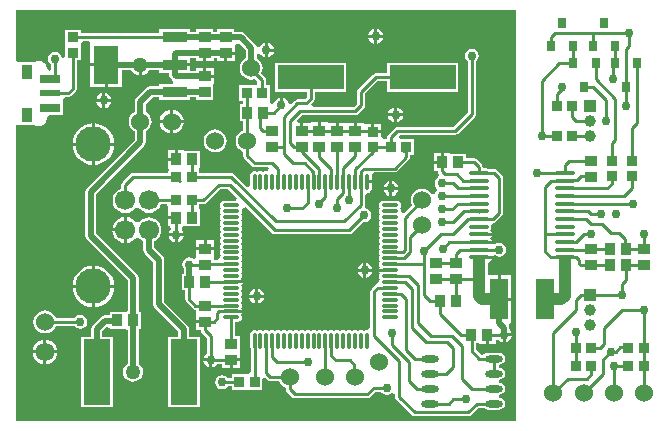
<source format=gtl>
G04*
G04 #@! TF.GenerationSoftware,Altium Limited,Altium Designer,19.1.5 (86)*
G04*
G04 Layer_Physical_Order=1*
G04 Layer_Color=255*
%FSAX24Y24*%
%MOIN*%
G70*
G01*
G75*
%ADD13C,0.0100*%
%ADD15R,0.0709X0.0295*%
%ADD16R,0.0709X0.0236*%
%ADD17R,0.0354X0.0512*%
%ADD18R,0.0354X0.0394*%
%ADD19O,0.0591X0.0236*%
%ADD20R,0.0906X0.2205*%
%ADD21O,0.0650X0.0157*%
%ADD22R,0.0335X0.0374*%
%ADD23R,0.0394X0.0354*%
%ADD24R,0.0630X0.1378*%
%ADD25R,0.2205X0.0827*%
%ADD26O,0.0571X0.0118*%
%ADD27O,0.0118X0.0571*%
%ADD28R,0.0846X0.0374*%
%ADD29R,0.0846X0.1280*%
%ADD30R,0.0374X0.0335*%
%ADD31R,0.0315X0.0354*%
%ADD55C,0.0200*%
%ADD56C,0.0400*%
%ADD57C,0.0600*%
%ADD58R,0.0394X0.0394*%
%ADD59C,0.0394*%
%ADD60C,0.1181*%
%ADD61C,0.0669*%
%ADD62C,0.0626*%
%ADD63C,0.0300*%
%ADD64C,0.0500*%
G36*
X026929Y010827D02*
X010255D01*
Y020668D01*
X010353Y020672D01*
X010355Y020672D01*
X010867D01*
X010867Y020672D01*
X010956Y020649D01*
X011024Y020640D01*
X011091Y020649D01*
X011153Y020675D01*
X011207Y020716D01*
X011248Y020770D01*
X011274Y020832D01*
X011283Y020900D01*
X011279Y020926D01*
X011346Y021026D01*
X011812D01*
Y021438D01*
X011812Y021482D01*
Y021533D01*
X011883Y021604D01*
X011986D01*
X012037Y021614D01*
X012080Y021642D01*
X012244Y021806D01*
X012272Y021849D01*
X012283Y021900D01*
Y022847D01*
X012417D01*
Y023259D01*
X012417Y023341D01*
Y023402D01*
X012488Y023473D01*
X012649D01*
X012735Y023440D01*
Y022750D01*
X013258D01*
Y022700D01*
X013308D01*
Y021960D01*
X013781D01*
Y022516D01*
X014100D01*
X014150Y022450D01*
X014223Y022394D01*
X014309Y022359D01*
X014350Y022354D01*
Y022700D01*
X014450D01*
Y022354D01*
X014491Y022359D01*
X014577Y022394D01*
X014650Y022450D01*
X014700Y022516D01*
X015019D01*
Y022413D01*
X015358D01*
Y022374D01*
X015372Y022304D01*
X015412Y022245D01*
X015471Y022186D01*
X015507Y022162D01*
X015482Y022062D01*
X015038D01*
Y021978D01*
X014733D01*
X014663Y021964D01*
X014603Y021924D01*
X014270Y021591D01*
X014230Y021532D01*
X014216Y021462D01*
Y021135D01*
X014208Y021132D01*
X014129Y021071D01*
X014068Y020992D01*
X014030Y020899D01*
X014017Y020800D01*
X014030Y020701D01*
X014068Y020608D01*
X014129Y020529D01*
X014208Y020468D01*
X014216Y020465D01*
Y020184D01*
X012620Y018588D01*
X012580Y018529D01*
X012566Y018458D01*
Y017000D01*
X012580Y016930D01*
X012620Y016870D01*
X013978Y015513D01*
Y014487D01*
X013893Y014450D01*
X013810Y014450D01*
X013379D01*
Y014347D01*
X013224D01*
X013154Y014333D01*
X013095Y014293D01*
X012823Y014022D01*
X012783Y013962D01*
X012769Y013892D01*
Y013632D01*
X012411D01*
Y011268D01*
X013476D01*
Y013632D01*
X013136D01*
Y013816D01*
X013279Y013958D01*
X013379Y013927D01*
Y013896D01*
X013810D01*
X013893Y013896D01*
X013977Y013858D01*
Y012741D01*
X013918Y012696D01*
X013865Y012627D01*
X013832Y012547D01*
X013821Y012461D01*
X013832Y012374D01*
X013865Y012294D01*
X013918Y012225D01*
X013987Y012172D01*
X014067Y012139D01*
X014154Y012128D01*
X014240Y012139D01*
X014320Y012172D01*
X014389Y012225D01*
X014442Y012294D01*
X014475Y012374D01*
X014486Y012461D01*
X014475Y012547D01*
X014442Y012627D01*
X014389Y012696D01*
X014344Y012730D01*
Y013896D01*
X014424D01*
Y014450D01*
X014345D01*
Y015589D01*
X014331Y015659D01*
X014291Y015718D01*
X012934Y017076D01*
Y018382D01*
X014530Y019979D01*
X014570Y020038D01*
X014584Y020108D01*
Y020465D01*
X014592Y020468D01*
X014671Y020529D01*
X014732Y020608D01*
X014770Y020701D01*
X014783Y020800D01*
X014770Y020899D01*
X014732Y020992D01*
X014671Y021071D01*
X014592Y021132D01*
X014584Y021135D01*
Y021386D01*
X014809Y021611D01*
X015038D01*
Y021527D01*
X016045D01*
Y021611D01*
X016273D01*
Y021527D01*
X016827D01*
Y022039D01*
X016847D01*
Y022266D01*
X016550D01*
Y022316D01*
X016500D01*
Y022593D01*
X016253D01*
Y022499D01*
X016065D01*
Y022650D01*
X015542D01*
Y022750D01*
X016065D01*
Y022901D01*
X016254D01*
Y022807D01*
X016500D01*
Y023084D01*
X016600D01*
Y022807D01*
X016847D01*
Y022901D01*
X016953D01*
Y022807D01*
X017200D01*
Y023084D01*
X017250D01*
Y023134D01*
X017547D01*
Y023361D01*
X017581Y023396D01*
X017702Y023396D01*
X017916Y023182D01*
Y022908D01*
X017908Y022905D01*
X017829Y022844D01*
X017768Y022764D01*
X017730Y022672D01*
X017717Y022573D01*
X017730Y022474D01*
X017768Y022381D01*
X017829Y022302D01*
X017908Y022241D01*
X018001Y022203D01*
X018100Y022190D01*
X018199Y022203D01*
X018239Y022219D01*
X018299Y022158D01*
X018299Y022036D01*
X018267Y022003D01*
X018217D01*
X018117Y022003D01*
X017705D01*
Y021469D01*
X017820D01*
Y021369D01*
X017712D01*
Y020815D01*
X017836D01*
Y020508D01*
X017777Y020484D01*
X017698Y020423D01*
X017637Y020344D01*
X017599Y020251D01*
X017586Y020152D01*
X017599Y020053D01*
X017637Y019960D01*
X017698Y019881D01*
X017777Y019820D01*
X017836Y019796D01*
Y019645D01*
X017847Y019594D01*
X017875Y019551D01*
X018119Y019307D01*
X018162Y019279D01*
X018213Y019269D01*
X018663D01*
X018682Y019249D01*
X018666Y019183D01*
X018638Y019151D01*
X018602Y019158D01*
X018548Y019147D01*
X018504Y019117D01*
X018460Y019147D01*
X018406Y019158D01*
X018351Y019147D01*
X018307Y019117D01*
X018263Y019147D01*
X018209Y019158D01*
X018154Y019147D01*
X018108Y019116D01*
X018078Y019070D01*
X018067Y019016D01*
Y018662D01*
X017967Y018621D01*
X017528Y019059D01*
X017485Y019088D01*
X017435Y019098D01*
X016360D01*
Y019217D01*
X016360Y019217D01*
X016380Y019273D01*
X016380D01*
X016380Y019309D01*
Y019827D01*
X015868D01*
Y019847D01*
X015641D01*
Y019550D01*
X015591D01*
Y019500D01*
X015314D01*
Y019301D01*
X015314Y019253D01*
X015347Y019183D01*
X015328Y019128D01*
X015283Y019083D01*
X014161D01*
X014110Y019073D01*
X014067Y019044D01*
X013808Y018785D01*
X013779Y018742D01*
X013769Y018691D01*
Y018563D01*
X013692Y018531D01*
X013606Y018465D01*
X013539Y018378D01*
X013498Y018278D01*
X013483Y018169D01*
X013498Y018061D01*
X013539Y017960D01*
X013606Y017874D01*
X013692Y017807D01*
X013793Y017765D01*
X013902Y017751D01*
X014010Y017765D01*
X014111Y017807D01*
X014197Y017874D01*
X014233Y017920D01*
X014244Y017925D01*
X014342D01*
X014354Y017920D01*
X014389Y017874D01*
X014476Y017807D01*
X014577Y017765D01*
X014685Y017751D01*
X014793Y017765D01*
X014894Y017807D01*
X014981Y017874D01*
X015047Y017960D01*
X015079Y018037D01*
X015278D01*
X015333Y017937D01*
X015314Y017897D01*
X015314Y017819D01*
Y017650D01*
X015591D01*
Y017550D01*
X015314D01*
Y017303D01*
X015383D01*
X015412Y017230D01*
X015417Y017203D01*
X015365Y017125D01*
X015356Y017078D01*
X015846D01*
X015836Y017125D01*
X015784Y017203D01*
X015790Y017230D01*
X015818Y017303D01*
X015868D01*
Y017323D01*
X016380D01*
Y017877D01*
X016380D01*
X016360Y017902D01*
Y018047D01*
X016502D01*
X016553Y018057D01*
X016596Y018085D01*
X017069Y018558D01*
X017327D01*
X017632Y018254D01*
X017591Y018154D01*
X017205D01*
X017150Y018143D01*
X017104Y018112D01*
X017074Y018066D01*
X017063Y018012D01*
X017074Y017958D01*
X017103Y017913D01*
X017074Y017869D01*
X017063Y017815D01*
X017074Y017761D01*
X017103Y017717D01*
X017074Y017672D01*
X017063Y017618D01*
X017074Y017564D01*
X017103Y017520D01*
X017074Y017476D01*
X017063Y017421D01*
X017074Y017367D01*
X017103Y017323D01*
X017074Y017279D01*
X017063Y017224D01*
X017074Y017170D01*
X017103Y017126D01*
X017074Y017082D01*
X017063Y017028D01*
X017074Y016973D01*
X017103Y016929D01*
X017074Y016885D01*
X017063Y016831D01*
X017074Y016776D01*
X017103Y016732D01*
X017074Y016688D01*
X017063Y016634D01*
X017074Y016580D01*
X017103Y016535D01*
X017074Y016491D01*
X017063Y016437D01*
X017074Y016383D01*
X017103Y016339D01*
X017074Y016294D01*
X017063Y016240D01*
X016974Y016176D01*
X016845D01*
Y016288D01*
X016865D01*
Y016515D01*
X016272D01*
Y016288D01*
X016216Y016211D01*
X016192Y016205D01*
X016124Y016250D01*
X016034Y016268D01*
X015945Y016250D01*
X015868Y016199D01*
X015818Y016123D01*
X015800Y016033D01*
X015818Y015944D01*
X015851Y015894D01*
Y015727D01*
X015777D01*
Y015173D01*
X015899D01*
Y014874D01*
X015909Y014824D01*
X015938Y014781D01*
X016146Y014572D01*
X016189Y014543D01*
X016240Y014533D01*
X016273D01*
Y014411D01*
X016253D01*
Y014184D01*
X016550D01*
Y014084D01*
X016253D01*
Y013857D01*
X016417D01*
Y013838D01*
X016428Y013787D01*
X016456Y013744D01*
X016617Y013583D01*
Y013064D01*
X016570Y013033D01*
X016515Y012950D01*
X016505Y012902D01*
X016750D01*
Y012852D01*
X016800D01*
Y012607D01*
X016848Y012617D01*
X016930Y012672D01*
X016962Y012720D01*
X017134D01*
Y012575D01*
X017381D01*
Y012852D01*
X017431D01*
Y012902D01*
X017728D01*
Y013130D01*
X017708D01*
Y013641D01*
X017564D01*
Y014130D01*
X017657D01*
X017712Y014141D01*
X017758Y014171D01*
X017788Y014217D01*
X017799Y014272D01*
X017788Y014326D01*
X017771Y014353D01*
X017772Y014354D01*
X017807Y014406D01*
X017810Y014418D01*
X017431D01*
Y014519D01*
X017810D01*
X017807Y014531D01*
X017772Y014583D01*
X017771Y014584D01*
X017788Y014611D01*
X017799Y014665D01*
X017788Y014720D01*
X017759Y014764D01*
X017788Y014808D01*
X017799Y014862D01*
X017788Y014916D01*
X017759Y014961D01*
X017788Y015005D01*
X017799Y015059D01*
X017788Y015113D01*
X017759Y015157D01*
X017788Y015202D01*
X017799Y015256D01*
X017788Y015310D01*
X017771Y015337D01*
X017772Y015338D01*
X017807Y015391D01*
X017810Y015403D01*
X017431D01*
Y015503D01*
X017810D01*
X017807Y015515D01*
X017772Y015567D01*
X017771Y015569D01*
X017788Y015595D01*
X017799Y015650D01*
X017788Y015704D01*
X017759Y015748D01*
X017788Y015792D01*
X017799Y015846D01*
X017788Y015901D01*
X017759Y015945D01*
X017788Y015989D01*
X017799Y016043D01*
X017788Y016098D01*
X017759Y016142D01*
X017788Y016186D01*
X017799Y016240D01*
X017788Y016294D01*
X017759Y016339D01*
X017788Y016383D01*
X017799Y016437D01*
X017788Y016491D01*
X017759Y016535D01*
X017788Y016580D01*
X017799Y016634D01*
X017788Y016688D01*
X017759Y016732D01*
X017788Y016776D01*
X017799Y016831D01*
X017788Y016885D01*
X017759Y016929D01*
X017788Y016973D01*
X017799Y017028D01*
X017788Y017082D01*
X017759Y017126D01*
X017788Y017170D01*
X017799Y017224D01*
X017788Y017279D01*
X017759Y017323D01*
X017788Y017367D01*
X017799Y017421D01*
X017788Y017476D01*
X017759Y017520D01*
X017788Y017564D01*
X017799Y017618D01*
X017788Y017672D01*
X017759Y017717D01*
X017788Y017761D01*
X017799Y017815D01*
X017788Y017869D01*
X017820Y017934D01*
X017929Y017956D01*
X018794Y017091D01*
X018837Y017063D01*
X018888Y017052D01*
X021370D01*
X021421Y017063D01*
X021464Y017091D01*
X021823Y017450D01*
X021862Y017443D01*
X021952Y017461D01*
X022028Y017511D01*
X022079Y017587D01*
X022097Y017677D01*
X022079Y017767D01*
X022028Y017843D01*
X021952Y017894D01*
X021938Y017896D01*
X021875Y017980D01*
X021879Y018003D01*
X021885Y018031D01*
Y018312D01*
X021949Y018401D01*
X022011Y018413D01*
X022063Y018448D01*
X022099Y018501D01*
X022111Y018563D01*
Y018739D01*
X021949D01*
Y018839D01*
X022111D01*
Y019016D01*
X022195Y019101D01*
X022877D01*
X022927Y019111D01*
X022970Y019139D01*
X023361Y019530D01*
X023390Y019573D01*
X023400Y019624D01*
Y019677D01*
X023515D01*
Y020211D01*
X023066D01*
X023018Y020309D01*
X023060Y020359D01*
X024885D01*
X024936Y020369D01*
X024979Y020398D01*
X025546Y020965D01*
X025575Y021008D01*
X025585Y021059D01*
Y022804D01*
X025619Y022826D01*
X025669Y022902D01*
X025687Y022992D01*
X025669Y023082D01*
X025619Y023158D01*
X025543Y023209D01*
X025453Y023227D01*
X025363Y023209D01*
X025287Y023158D01*
X025236Y023082D01*
X025218Y022992D01*
X025236Y022902D01*
X025287Y022826D01*
X025320Y022804D01*
Y021114D01*
X024831Y020624D01*
X022973D01*
X022923Y020614D01*
X022880Y020585D01*
X022662Y020367D01*
X022633Y020324D01*
X022623Y020274D01*
Y020222D01*
X022523Y020211D01*
X022509Y020211D01*
X022437Y020280D01*
Y020406D01*
X022150D01*
Y020456D01*
X022100D01*
Y020723D01*
X021863D01*
X021862Y020759D01*
X021615D01*
Y020482D01*
X021515D01*
Y020759D01*
X021268D01*
Y020759D01*
X021261D01*
Y020759D01*
X021015D01*
Y020482D01*
X020915D01*
Y020759D01*
X020671D01*
Y020768D01*
X020424D01*
Y020491D01*
X020324D01*
Y020768D01*
X020077D01*
Y020759D01*
X019833D01*
Y020482D01*
X019733D01*
Y020759D01*
X019656D01*
X019617Y020851D01*
X019782Y021016D01*
X021565D01*
X021616Y021026D01*
X021659Y021055D01*
X021849Y021245D01*
X021878Y021288D01*
X021888Y021339D01*
Y021726D01*
X022299Y022137D01*
X022637D01*
Y021776D01*
X025001D01*
Y022763D01*
X022637D01*
Y022402D01*
X022244D01*
X022193Y022392D01*
X022150Y022363D01*
X021662Y021874D01*
X021633Y021831D01*
X021623Y021781D01*
Y021394D01*
X021510Y021281D01*
X020145D01*
X020103Y021381D01*
X020172Y021451D01*
X020201Y021494D01*
X020211Y021544D01*
Y021776D01*
X021261D01*
Y022763D01*
X018896D01*
Y021776D01*
X019946D01*
Y021599D01*
X019885Y021538D01*
X019634D01*
X019584Y021528D01*
X019541Y021500D01*
X019439Y021399D01*
X019331Y021432D01*
X019330Y021437D01*
X019275Y021519D01*
X019192Y021574D01*
X019144Y021584D01*
Y021339D01*
X019044D01*
Y021584D01*
X018997Y021574D01*
X018914Y021519D01*
X018859Y021437D01*
X018859Y021435D01*
X018778Y021389D01*
X018759D01*
X018712Y021469D01*
X018712Y021489D01*
Y022003D01*
X018602D01*
Y022175D01*
X018592Y022226D01*
X018564Y022269D01*
X018438Y022395D01*
X018470Y022474D01*
X018483Y022573D01*
X018470Y022672D01*
X018432Y022764D01*
X018371Y022844D01*
X018292Y022905D01*
X018284Y022908D01*
Y023050D01*
X018298Y023056D01*
X018384Y023067D01*
X018427Y023002D01*
X018510Y022947D01*
X018557Y022937D01*
Y023182D01*
Y023427D01*
X018510Y023418D01*
X018427Y023363D01*
X018379Y023291D01*
X018335Y023288D01*
X018275Y023301D01*
X018270Y023328D01*
X018230Y023388D01*
X017872Y023746D01*
X017813Y023785D01*
X017743Y023799D01*
X017527D01*
Y023873D01*
X016973D01*
Y023799D01*
X016827D01*
Y023873D01*
X016274D01*
Y023789D01*
X016045D01*
Y023873D01*
X015038D01*
Y023738D01*
X012417D01*
Y023853D01*
X011883D01*
Y023441D01*
X011883Y023359D01*
X011883Y023259D01*
Y022937D01*
X011783Y022927D01*
X011772Y022983D01*
X011721Y023060D01*
X011645Y023110D01*
X011555Y023128D01*
X011465Y023110D01*
X011389Y023060D01*
X011338Y022983D01*
X011321Y022894D01*
X011338Y022804D01*
X011389Y022728D01*
X011423Y022706D01*
Y022512D01*
X011355Y022492D01*
X011282Y022568D01*
X011283Y022573D01*
X011274Y022640D01*
X011248Y022703D01*
X011207Y022756D01*
X011153Y022797D01*
X011091Y022823D01*
X011024Y022832D01*
X010956Y022823D01*
X010867Y022800D01*
X010867Y022800D01*
Y022800D01*
X010867Y022800D01*
X010355D01*
X010353Y022800D01*
X010255Y022805D01*
Y024528D01*
X026929D01*
Y010827D01*
D02*
G37*
G36*
X030225Y022745D02*
D01*
D02*
G37*
%LPC*%
G36*
X022294Y023887D02*
Y023692D01*
X022489D01*
X022480Y023739D01*
X022424Y023822D01*
X022342Y023877D01*
X022294Y023887D01*
D02*
G37*
G36*
X022194D02*
X022147Y023877D01*
X022064Y023822D01*
X022009Y023739D01*
X021999Y023692D01*
X022194D01*
Y023887D01*
D02*
G37*
G36*
X022489Y023592D02*
X022294D01*
Y023397D01*
X022342Y023406D01*
X022424Y023461D01*
X022480Y023544D01*
X022489Y023592D01*
D02*
G37*
G36*
X022194D02*
X021999D01*
X022009Y023544D01*
X022064Y023461D01*
X022147Y023406D01*
X022194Y023397D01*
Y023592D01*
D02*
G37*
G36*
X018657Y023427D02*
Y023232D01*
X018852D01*
X018843Y023280D01*
X018787Y023363D01*
X018705Y023418D01*
X018657Y023427D01*
D02*
G37*
G36*
X018852Y023132D02*
X018657D01*
Y022937D01*
X018705Y022947D01*
X018787Y023002D01*
X018843Y023085D01*
X018852Y023132D01*
D02*
G37*
G36*
X017547Y023034D02*
X017300D01*
Y022807D01*
X017547D01*
Y023034D01*
D02*
G37*
G36*
X016847Y022593D02*
X016600D01*
Y022366D01*
X016847D01*
Y022593D01*
D02*
G37*
G36*
X013208Y022650D02*
X012735D01*
Y021960D01*
X013208D01*
Y022650D01*
D02*
G37*
G36*
X013229Y021746D02*
Y021551D01*
X013423D01*
X013414Y021598D01*
X013359Y021681D01*
X013276Y021736D01*
X013229Y021746D01*
D02*
G37*
G36*
X013129D02*
X013081Y021736D01*
X012998Y021681D01*
X012943Y021598D01*
X012934Y021551D01*
X013129D01*
Y021746D01*
D02*
G37*
G36*
X013423Y021451D02*
X013229D01*
Y021256D01*
X013276Y021265D01*
X013359Y021320D01*
X013414Y021403D01*
X013423Y021451D01*
D02*
G37*
G36*
X013129D02*
X012934D01*
X012943Y021403D01*
X012998Y021320D01*
X013081Y021265D01*
X013129Y021256D01*
Y021451D01*
D02*
G37*
G36*
X022959Y021265D02*
Y021071D01*
X023154D01*
X023144Y021118D01*
X023089Y021201D01*
X023006Y021256D01*
X022959Y021265D01*
D02*
G37*
G36*
X022859D02*
X022811Y021256D01*
X022728Y021201D01*
X022673Y021118D01*
X022664Y021071D01*
X022859D01*
Y021265D01*
D02*
G37*
G36*
X015500Y021197D02*
Y020850D01*
X015847D01*
X015840Y020904D01*
X015799Y021002D01*
X015735Y021085D01*
X015652Y021149D01*
X015554Y021190D01*
X015500Y021197D01*
D02*
G37*
G36*
X015400D02*
X015346Y021190D01*
X015248Y021149D01*
X015165Y021085D01*
X015101Y021002D01*
X015060Y020904D01*
X015053Y020850D01*
X015400D01*
Y021197D01*
D02*
G37*
G36*
X023154Y020971D02*
X022959D01*
Y020776D01*
X023006Y020785D01*
X023089Y020840D01*
X023144Y020923D01*
X023154Y020971D01*
D02*
G37*
G36*
X022859D02*
X022664D01*
X022673Y020923D01*
X022728Y020840D01*
X022811Y020785D01*
X022859Y020776D01*
Y020971D01*
D02*
G37*
G36*
X022200Y020723D02*
Y020506D01*
X022437D01*
Y020723D01*
X022200D01*
D02*
G37*
G36*
X015847Y020750D02*
X015500D01*
Y020403D01*
X015554Y020410D01*
X015652Y020451D01*
X015735Y020515D01*
X015799Y020598D01*
X015840Y020696D01*
X015847Y020750D01*
D02*
G37*
G36*
X015400D02*
X015053D01*
X015060Y020696D01*
X015101Y020598D01*
X015165Y020515D01*
X015248Y020451D01*
X015346Y020410D01*
X015400Y020403D01*
Y020750D01*
D02*
G37*
G36*
X012885Y020736D02*
Y020097D01*
X013524D01*
X013515Y020183D01*
X013476Y020313D01*
X013412Y020433D01*
X013325Y020538D01*
X013220Y020624D01*
X013100Y020688D01*
X012970Y020728D01*
X012885Y020736D01*
D02*
G37*
G36*
X012785D02*
X012699Y020728D01*
X012569Y020688D01*
X012449Y020624D01*
X012344Y020538D01*
X012258Y020433D01*
X012194Y020313D01*
X012154Y020183D01*
X012146Y020097D01*
X012785D01*
Y020736D01*
D02*
G37*
G36*
X016900Y020535D02*
X016801Y020522D01*
X016708Y020484D01*
X016629Y020423D01*
X016568Y020344D01*
X016530Y020251D01*
X016517Y020152D01*
X016530Y020053D01*
X016568Y019960D01*
X016629Y019881D01*
X016708Y019820D01*
X016801Y019782D01*
X016900Y019769D01*
X016999Y019782D01*
X017092Y019820D01*
X017171Y019881D01*
X017232Y019960D01*
X017270Y020053D01*
X017283Y020152D01*
X017270Y020251D01*
X017232Y020344D01*
X017171Y020423D01*
X017092Y020484D01*
X016999Y020522D01*
X016900Y020535D01*
D02*
G37*
G36*
X015541Y019847D02*
X015314D01*
Y019600D01*
X015541D01*
Y019847D01*
D02*
G37*
G36*
X024409Y019746D02*
X024181D01*
Y019499D01*
X024409D01*
Y019746D01*
D02*
G37*
G36*
X013524Y019997D02*
X012885D01*
Y019358D01*
X012970Y019367D01*
X013100Y019406D01*
X013220Y019470D01*
X013325Y019557D01*
X013412Y019662D01*
X013476Y019782D01*
X013515Y019912D01*
X013524Y019997D01*
D02*
G37*
G36*
X012785D02*
X012146D01*
X012154Y019912D01*
X012194Y019782D01*
X012258Y019662D01*
X012344Y019557D01*
X012449Y019470D01*
X012569Y019406D01*
X012699Y019367D01*
X012785Y019358D01*
Y019997D01*
D02*
G37*
G36*
X022806Y018815D02*
Y018620D01*
X023001D01*
X022991Y018667D01*
X022936Y018750D01*
X022853Y018805D01*
X022806Y018815D01*
D02*
G37*
G36*
X022706D02*
X022658Y018805D01*
X022576Y018750D01*
X022520Y018667D01*
X022511Y018620D01*
X022706D01*
Y018815D01*
D02*
G37*
G36*
X024736Y019746D02*
X024509D01*
Y019449D01*
X024459D01*
Y019399D01*
X024181D01*
Y019152D01*
X024326D01*
Y019136D01*
X024336Y019085D01*
X024349Y019067D01*
X024354Y019016D01*
X024323Y018943D01*
X024283Y018916D01*
X024232Y018840D01*
X024214Y018750D01*
X024232Y018660D01*
X024274Y018597D01*
X024284Y018555D01*
Y018512D01*
X024274Y018470D01*
X024232Y018407D01*
X024228Y018388D01*
X024165Y018370D01*
X024123Y018371D01*
X024070Y018440D01*
X023991Y018501D01*
X023898Y018540D01*
X023799Y018553D01*
X023700Y018540D01*
X023608Y018501D01*
X023528Y018440D01*
X023467Y018361D01*
X023429Y018268D01*
X023416Y018169D01*
X023429Y018070D01*
X023451Y018018D01*
X023184Y017751D01*
X023092Y017800D01*
X023095Y017815D01*
X023084Y017869D01*
X023054Y017913D01*
X023084Y017958D01*
X023095Y018012D01*
X023084Y018066D01*
X023053Y018112D01*
X023007Y018143D01*
X022953Y018154D01*
X022500D01*
X022446Y018143D01*
X022400Y018112D01*
X022369Y018066D01*
X022358Y018012D01*
X022369Y017958D01*
X022399Y017913D01*
X022369Y017869D01*
X022358Y017815D01*
X022369Y017761D01*
X022399Y017717D01*
X022369Y017672D01*
X022358Y017618D01*
X022369Y017564D01*
X022399Y017520D01*
X022369Y017476D01*
X022358Y017421D01*
X022369Y017367D01*
X022399Y017323D01*
X022369Y017279D01*
X022358Y017224D01*
X022369Y017170D01*
X022399Y017126D01*
X022369Y017082D01*
X022358Y017028D01*
X022369Y016973D01*
X022399Y016929D01*
X022369Y016885D01*
X022358Y016831D01*
X022369Y016776D01*
X022399Y016732D01*
X022369Y016688D01*
X022358Y016634D01*
X022369Y016580D01*
X022399Y016535D01*
X022369Y016491D01*
X022358Y016437D01*
X022369Y016383D01*
X022399Y016339D01*
X022369Y016294D01*
X022358Y016240D01*
X022369Y016186D01*
X022399Y016142D01*
X022369Y016098D01*
X022358Y016043D01*
X022369Y015989D01*
X022387Y015962D01*
X022385Y015961D01*
X022350Y015909D01*
X022348Y015896D01*
X022726D01*
Y015796D01*
X022348D01*
X022350Y015784D01*
X022385Y015732D01*
X022387Y015731D01*
X022369Y015704D01*
X022358Y015650D01*
X022369Y015595D01*
X022399Y015551D01*
X022369Y015507D01*
X022358Y015453D01*
X022273Y015376D01*
X022269Y015375D01*
X022226Y015346D01*
X022111Y015232D01*
X022082Y015189D01*
X022072Y015138D01*
Y013926D01*
X022053Y013905D01*
X021972Y013858D01*
X021949Y013862D01*
X021895Y013851D01*
X021850Y013822D01*
X021806Y013851D01*
X021752Y013862D01*
X021698Y013851D01*
X021654Y013822D01*
X021609Y013851D01*
X021555Y013862D01*
X021501Y013851D01*
X021457Y013822D01*
X021413Y013851D01*
X021358Y013862D01*
X021304Y013851D01*
X021260Y013822D01*
X021216Y013851D01*
X021161Y013862D01*
X021107Y013851D01*
X021063Y013822D01*
X021019Y013851D01*
X020965Y013862D01*
X020910Y013851D01*
X020866Y013822D01*
X020822Y013851D01*
X020768Y013862D01*
X020713Y013851D01*
X020669Y013822D01*
X020625Y013851D01*
X020571Y013862D01*
X020517Y013851D01*
X020472Y013822D01*
X020428Y013851D01*
X020374Y013862D01*
X020320Y013851D01*
X020276Y013822D01*
X020231Y013851D01*
X020177Y013862D01*
X020123Y013851D01*
X020079Y013822D01*
X020035Y013851D01*
X019980Y013862D01*
X019926Y013851D01*
X019882Y013822D01*
X019838Y013851D01*
X019783Y013862D01*
X019729Y013851D01*
X019685Y013822D01*
X019641Y013851D01*
X019587Y013862D01*
X019532Y013851D01*
X019488Y013822D01*
X019444Y013851D01*
X019390Y013862D01*
X019336Y013851D01*
X019291Y013822D01*
X019247Y013851D01*
X019193Y013862D01*
X019139Y013851D01*
X019094Y013822D01*
X019050Y013851D01*
X018996Y013862D01*
X018942Y013851D01*
X018898Y013822D01*
X018853Y013851D01*
X018799Y013862D01*
X018745Y013851D01*
X018701Y013822D01*
X018657Y013851D01*
X018602Y013862D01*
X018548Y013851D01*
X018504Y013822D01*
X018460Y013851D01*
X018406Y013862D01*
X018351Y013851D01*
X018307Y013822D01*
X018263Y013851D01*
X018209Y013862D01*
X018154Y013851D01*
X018108Y013821D01*
X018078Y013775D01*
X018067Y013720D01*
Y013268D01*
X018076Y013221D01*
Y012444D01*
X018005Y012373D01*
X017961D01*
X017861Y012373D01*
X017450D01*
Y012239D01*
X017314D01*
X017292Y012272D01*
X017216Y012323D01*
X017126Y012341D01*
X017036Y012323D01*
X016960Y012272D01*
X016909Y012196D01*
X016891Y012106D01*
X016909Y012017D01*
X016960Y011940D01*
X017036Y011890D01*
X017126Y011872D01*
X017216Y011890D01*
X017292Y011940D01*
X017314Y011974D01*
X017450D01*
Y011839D01*
X017861D01*
X017944Y011839D01*
X018044Y011839D01*
X018456D01*
Y012230D01*
X018556Y012272D01*
X018638Y012190D01*
X018681Y012161D01*
X018732Y012151D01*
X019033D01*
X019058Y012092D01*
X019119Y012012D01*
X019198Y011952D01*
X019257Y011927D01*
Y011870D01*
X019267Y011819D01*
X019296Y011776D01*
X019454Y011619D01*
X019497Y011590D01*
X019547Y011580D01*
X021967D01*
X022018Y011590D01*
X022061Y011619D01*
X022231Y011789D01*
X022430D01*
X022452Y011756D01*
X022528Y011705D01*
X022618Y011687D01*
X022708Y011705D01*
X022784Y011756D01*
X022785Y011758D01*
X022885Y011728D01*
Y011628D01*
X022896Y011577D01*
X022924Y011534D01*
X023450Y011009D01*
X023493Y010980D01*
X023543Y010970D01*
X025335D01*
X025385Y010980D01*
X025428Y011009D01*
X025683Y011263D01*
X025854D01*
X025861Y011253D01*
X025927Y011209D01*
X026004Y011194D01*
X026358D01*
X026436Y011209D01*
X026501Y011253D01*
X026545Y011318D01*
X026560Y011396D01*
X026545Y011473D01*
X026501Y011538D01*
X026436Y011582D01*
X026358Y011598D01*
Y011694D01*
X026436Y011709D01*
X026501Y011753D01*
X026545Y011818D01*
X026560Y011896D01*
X026545Y011973D01*
X026501Y012039D01*
X026436Y012082D01*
X026358Y012098D01*
Y012194D01*
X026436Y012209D01*
X026501Y012253D01*
X026545Y012318D01*
X026560Y012396D01*
X026545Y012473D01*
X026501Y012538D01*
X026436Y012582D01*
X026358Y012598D01*
Y012694D01*
X026436Y012709D01*
X026501Y012753D01*
X026545Y012818D01*
X026560Y012896D01*
X026545Y012973D01*
X026501Y013039D01*
X026436Y013082D01*
X026358Y013098D01*
X026004D01*
X025927Y013082D01*
X025861Y013039D01*
X025859Y013035D01*
X025760Y013029D01*
X025575Y013214D01*
Y013417D01*
X025687D01*
Y013397D01*
X025915D01*
Y013694D01*
X026015D01*
Y013397D01*
X026242D01*
Y013504D01*
X026342Y013534D01*
X026355Y013514D01*
X026438Y013459D01*
X026485Y013449D01*
Y013694D01*
X026535D01*
Y013744D01*
X026780D01*
X026771Y013792D01*
X026716Y013874D01*
X026701Y013884D01*
Y013914D01*
X026687Y013984D01*
X026681Y013993D01*
X026735Y014093D01*
X026773D01*
Y014832D01*
X026358D01*
Y014882D01*
X026308D01*
Y015671D01*
X025981D01*
Y016095D01*
X026015Y016101D01*
X026074Y016141D01*
X026113Y016200D01*
X026117Y016220D01*
X025699D01*
Y016320D01*
X026166D01*
X026231Y016341D01*
X026280Y016309D01*
X026370Y016291D01*
X026459Y016309D01*
X026535Y016360D01*
X026586Y016436D01*
X026604Y016526D01*
X026586Y016615D01*
X026535Y016691D01*
X026459Y016742D01*
X026370Y016760D01*
X026280Y016742D01*
X026231Y016710D01*
X026166Y016731D01*
X025699D01*
Y016831D01*
X026117D01*
X026113Y016851D01*
X026074Y016909D01*
X026113Y016968D01*
X026117Y016987D01*
X025699D01*
Y017087D01*
X026117D01*
X026113Y017107D01*
X026074Y017166D01*
X026094Y017231D01*
X026107Y017293D01*
X026102Y017317D01*
X026130Y017387D01*
X026170Y017422D01*
X026192Y017427D01*
X026235Y017455D01*
X026452Y017672D01*
X026481Y017715D01*
X026491Y017766D01*
Y018917D01*
X026481Y018968D01*
X026452Y019011D01*
X026285Y019178D01*
X026242Y019207D01*
X026191Y019217D01*
X026032D01*
X026007Y019234D01*
X025945Y019246D01*
X025817D01*
Y019276D01*
X025807Y019327D01*
X025778Y019370D01*
X025605Y019543D01*
X025562Y019571D01*
X025511Y019581D01*
X025247D01*
Y019726D01*
X024736D01*
Y019746D01*
D02*
G37*
G36*
X023001Y018520D02*
X022806D01*
Y018325D01*
X022853Y018334D01*
X022936Y018390D01*
X022991Y018472D01*
X023001Y018520D01*
D02*
G37*
G36*
X022706D02*
X022511D01*
X022520Y018472D01*
X022576Y018390D01*
X022658Y018334D01*
X022706Y018325D01*
Y018520D01*
D02*
G37*
G36*
X013852Y017617D02*
X013788Y017608D01*
X013682Y017565D01*
X013592Y017495D01*
X013522Y017404D01*
X013478Y017299D01*
X013470Y017235D01*
X013852D01*
Y017617D01*
D02*
G37*
G36*
X015846Y016978D02*
X015651D01*
Y016783D01*
X015698Y016792D01*
X015781Y016847D01*
X015836Y016930D01*
X015846Y016978D01*
D02*
G37*
G36*
X015551D02*
X015356D01*
X015365Y016930D01*
X015421Y016847D01*
X015503Y016792D01*
X015551Y016783D01*
Y016978D01*
D02*
G37*
G36*
X013852Y017135D02*
X013470D01*
X013478Y017072D01*
X013522Y016966D01*
X013592Y016875D01*
X013682Y016805D01*
X013788Y016762D01*
X013852Y016753D01*
Y017135D01*
D02*
G37*
G36*
X016865Y016842D02*
X016618D01*
Y016615D01*
X016865D01*
Y016842D01*
D02*
G37*
G36*
X016518D02*
X016272D01*
Y016615D01*
X016518D01*
Y016842D01*
D02*
G37*
G36*
X021938Y016088D02*
Y015893D01*
X022133D01*
X022123Y015941D01*
X022068Y016023D01*
X021986Y016078D01*
X021938Y016088D01*
D02*
G37*
G36*
X021838D02*
X021790Y016078D01*
X021708Y016023D01*
X021652Y015941D01*
X021643Y015893D01*
X021838D01*
Y016088D01*
D02*
G37*
G36*
X022133Y015793D02*
X021938D01*
Y015598D01*
X021986Y015608D01*
X022068Y015663D01*
X022123Y015745D01*
X022133Y015793D01*
D02*
G37*
G36*
X021838D02*
X021643D01*
X021652Y015745D01*
X021708Y015663D01*
X021790Y015608D01*
X021838Y015598D01*
Y015793D01*
D02*
G37*
G36*
X012885Y015996D02*
Y015357D01*
X013524D01*
X013515Y015442D01*
X013476Y015573D01*
X013412Y015693D01*
X013325Y015798D01*
X013220Y015884D01*
X013100Y015948D01*
X012970Y015988D01*
X012885Y015996D01*
D02*
G37*
G36*
X012785D02*
X012699Y015988D01*
X012569Y015948D01*
X012449Y015884D01*
X012344Y015798D01*
X012258Y015693D01*
X012194Y015573D01*
X012154Y015442D01*
X012146Y015357D01*
X012785D01*
Y015996D01*
D02*
G37*
G36*
X018334Y015225D02*
Y015030D01*
X018528D01*
X018519Y015078D01*
X018464Y015161D01*
X018381Y015216D01*
X018334Y015225D01*
D02*
G37*
G36*
X018234D02*
X018186Y015216D01*
X018103Y015161D01*
X018048Y015078D01*
X018039Y015030D01*
X018234D01*
Y015225D01*
D02*
G37*
G36*
X026773Y015671D02*
X026408D01*
Y014932D01*
X026773D01*
Y015671D01*
D02*
G37*
G36*
X018528Y014930D02*
X018334D01*
Y014735D01*
X018381Y014745D01*
X018464Y014800D01*
X018519Y014883D01*
X018528Y014930D01*
D02*
G37*
G36*
X018234D02*
X018039D01*
X018048Y014883D01*
X018103Y014800D01*
X018186Y014745D01*
X018234Y014735D01*
Y014930D01*
D02*
G37*
G36*
X013524Y015257D02*
X012885D01*
Y014618D01*
X012970Y014627D01*
X013100Y014666D01*
X013220Y014730D01*
X013325Y014816D01*
X013412Y014922D01*
X013476Y015042D01*
X013515Y015172D01*
X013524Y015257D01*
D02*
G37*
G36*
X012785D02*
X012146D01*
X012154Y015172D01*
X012194Y015042D01*
X012258Y014922D01*
X012344Y014816D01*
X012449Y014730D01*
X012569Y014666D01*
X012699Y014627D01*
X012785Y014618D01*
Y015257D01*
D02*
G37*
G36*
X011220Y014501D02*
X011121Y014488D01*
X011029Y014450D01*
X010949Y014389D01*
X010889Y014310D01*
X010850Y014217D01*
X010837Y014118D01*
X010850Y014019D01*
X010889Y013926D01*
X010949Y013847D01*
X011029Y013786D01*
X011121Y013748D01*
X011220Y013735D01*
X011320Y013748D01*
X011412Y013786D01*
X011491Y013847D01*
X011552Y013926D01*
X011577Y013986D01*
X012212D01*
X012235Y013952D01*
X012311Y013901D01*
X012400Y013884D01*
X012490Y013901D01*
X012566Y013952D01*
X012617Y014028D01*
X012635Y014118D01*
X012617Y014208D01*
X012566Y014284D01*
X012490Y014335D01*
X012400Y014353D01*
X012311Y014335D01*
X012235Y014284D01*
X012212Y014251D01*
X011577D01*
X011552Y014310D01*
X011491Y014389D01*
X011412Y014450D01*
X011320Y014488D01*
X011220Y014501D01*
D02*
G37*
G36*
X026780Y013644D02*
X026585D01*
Y013449D01*
X026633Y013459D01*
X026716Y013514D01*
X026771Y013597D01*
X026780Y013644D01*
D02*
G37*
G36*
X011270Y013528D02*
Y013168D01*
X011630D01*
X011623Y013226D01*
X011581Y013326D01*
X011515Y013413D01*
X011429Y013479D01*
X011328Y013520D01*
X011270Y013528D01*
D02*
G37*
G36*
X011170D02*
X011113Y013520D01*
X011012Y013479D01*
X010926Y013413D01*
X010860Y013326D01*
X010818Y013226D01*
X010811Y013168D01*
X011170D01*
Y013528D01*
D02*
G37*
G36*
X011630Y013068D02*
X011270D01*
Y012708D01*
X011328Y012716D01*
X011429Y012758D01*
X011515Y012824D01*
X011581Y012910D01*
X011623Y013010D01*
X011630Y013068D01*
D02*
G37*
G36*
X011170D02*
X010811D01*
X010818Y013010D01*
X010860Y012910D01*
X010926Y012824D01*
X011012Y012758D01*
X011113Y012716D01*
X011170Y012708D01*
Y013068D01*
D02*
G37*
G36*
X016700Y012802D02*
X016505D01*
X016515Y012755D01*
X016570Y012672D01*
X016652Y012617D01*
X016700Y012607D01*
Y012802D01*
D02*
G37*
G36*
X017728D02*
X017481D01*
Y012575D01*
X017728D01*
Y012802D01*
D02*
G37*
G36*
X013952Y017617D02*
Y017185D01*
Y016753D01*
X014015Y016762D01*
X014121Y016805D01*
X014212Y016875D01*
X014243Y016916D01*
X014364Y016921D01*
X014366Y016920D01*
X014389Y016889D01*
X014476Y016823D01*
X014502Y016812D01*
Y016516D01*
X014515Y016446D01*
X014555Y016386D01*
X014836Y016105D01*
Y014705D01*
X014850Y014634D01*
X014890Y014575D01*
X015673Y013792D01*
Y013632D01*
X015324D01*
Y011268D01*
X016389D01*
Y013632D01*
X016040D01*
Y013868D01*
X016026Y013938D01*
X015986Y013997D01*
X015203Y014781D01*
Y016181D01*
X015189Y016252D01*
X015149Y016311D01*
X014869Y016592D01*
Y016812D01*
X014894Y016823D01*
X014981Y016889D01*
X015047Y016976D01*
X015089Y017077D01*
X015103Y017185D01*
X015089Y017293D01*
X015047Y017394D01*
X014981Y017481D01*
X014894Y017547D01*
X014793Y017589D01*
X014685Y017603D01*
X014577Y017589D01*
X014476Y017547D01*
X014389Y017481D01*
X014366Y017450D01*
X014364Y017449D01*
X014243Y017454D01*
X014212Y017495D01*
X014121Y017565D01*
X014015Y017608D01*
X013952Y017617D01*
D02*
G37*
%LPD*%
D13*
X021370Y017185D02*
X021862Y017677D01*
X018888Y017185D02*
X021370D01*
X021752Y018031D02*
Y018789D01*
X021199Y017479D02*
X021752Y018031D01*
X018921Y017479D02*
X021199D01*
X023400Y016950D02*
X023799Y017350D01*
X023400Y016441D02*
Y016950D01*
X023198Y016240D02*
X023400Y016441D01*
X023220Y017600D02*
X023799Y018179D01*
X023220Y016516D02*
Y017600D01*
X024459Y019136D02*
X024559Y019035D01*
X024459Y019136D02*
Y019449D01*
X024559Y019035D02*
X024950D01*
X018406Y020586D02*
Y021092D01*
X024950Y019035D02*
X025156Y018829D01*
X025699D01*
X024921Y014842D02*
X024931Y014832D01*
X024921Y014842D02*
Y015541D01*
X025443Y013159D02*
Y013694D01*
X012150Y023606D02*
X015542D01*
X016032Y014874D02*
Y015453D01*
X024047Y014832D02*
X024400D01*
Y014400D02*
Y014800D01*
X023858Y015021D02*
X024047Y014832D01*
X023858Y015021D02*
Y016043D01*
X025706Y012896D02*
X026181D01*
X025443Y013159D02*
X025706Y012896D01*
X025138Y012211D02*
X025453Y011896D01*
X025138Y012211D02*
Y013307D01*
X025453Y011896D02*
X026181D01*
X023543Y011102D02*
X025335D01*
X023018Y011628D02*
X023543Y011102D01*
X025335D02*
X025628Y011396D01*
X024921Y015541D02*
X025674D01*
X016750Y012852D02*
Y013638D01*
X016550Y013838D02*
X016750Y013638D01*
X016550Y013838D02*
Y014134D01*
X020571Y018274D02*
Y018789D01*
X020374Y018077D02*
X020571Y018274D01*
X020374Y018047D02*
Y018077D01*
X022205Y013642D02*
X023018Y012829D01*
Y011628D02*
Y012829D01*
X023858Y016043D02*
Y016476D01*
X024438Y017056D01*
X024914Y016073D02*
X024921Y016066D01*
X025662Y018573D02*
X025680Y018591D01*
X026518Y013712D02*
X026535Y013694D01*
X025965D02*
X026535D01*
X025662Y018061D02*
X025680Y018042D01*
X021534Y012283D02*
Y012679D01*
X025443Y013694D02*
X025453D01*
X025433D02*
X025443D01*
X025105D02*
X025433D01*
X024400Y014400D02*
X025105Y013694D01*
X021378Y012835D02*
X021534Y012679D01*
X020925Y012835D02*
X021378D01*
X017126Y012106D02*
X017697D01*
X019547Y011713D02*
X021967D01*
X019390Y011870D02*
X019547Y011713D01*
X019390Y011870D02*
Y012283D01*
X021967Y011713D02*
X022176Y011922D01*
X022618D01*
X020768Y012992D02*
X020925Y012835D01*
X020768Y012992D02*
Y013494D01*
X020571Y012283D02*
Y013494D01*
Y012265D02*
Y012283D01*
X018732D02*
X019390D01*
X018969Y012778D02*
X019980D01*
X024829Y011538D02*
X025247D01*
X024687Y011396D02*
X024829Y011538D01*
X024055Y011396D02*
X024687D01*
X023636Y011896D02*
X024055D01*
X022795Y013348D02*
Y013760D01*
Y013348D02*
X023366Y012778D01*
X022205Y013642D02*
Y015138D01*
X026181Y011396D02*
X026220D01*
X025628D02*
X026181D01*
X023366Y012165D02*
Y012778D01*
Y012165D02*
X023636Y011896D01*
X024029Y011922D02*
X024055Y011896D01*
X026181Y012396D02*
Y012896D01*
X024783Y013661D02*
X025138Y013307D01*
X024075Y013661D02*
X024783D01*
X023661Y014075D02*
X024075Y013661D01*
X024055Y012383D02*
X024585D01*
X024813Y012611D01*
Y013267D01*
X024615Y013465D02*
X024813Y013267D01*
X023917Y013465D02*
X024615D01*
X023465Y013917D02*
X023917Y013465D01*
X023268Y013189D02*
X023561Y012896D01*
X023268Y013189D02*
Y014891D01*
X023561Y012896D02*
X024055D01*
X022205Y015138D02*
X022319Y015252D01*
X022723D01*
X022726Y015256D01*
X023661Y014075D02*
Y015335D01*
X023346Y015650D02*
X023661Y015335D01*
X022726Y015650D02*
X023346D01*
X023465Y013917D02*
Y015211D01*
X023222Y015453D02*
X023465Y015211D01*
X022726Y015453D02*
X023222D01*
X023103Y015056D02*
X023268Y014891D01*
X022730Y015056D02*
X023103D01*
X022726Y015059D02*
X022730Y015056D01*
X022726Y015256D02*
X022730Y015252D01*
X022726Y016043D02*
X023858D01*
X024931Y014832D02*
X024941Y014842D01*
X025674Y015541D02*
X025699Y015566D01*
X024272Y015541D02*
X024921D01*
X023144Y016440D02*
X023220Y016516D01*
X022730Y016440D02*
X023144D01*
X019187Y019956D02*
X019193Y019950D01*
X018799Y019956D02*
X019187D01*
X018406Y021092D02*
X018500D01*
X018406Y020586D02*
X018505Y020487D01*
X018799D01*
X018500Y021092D02*
X018847D01*
X018602Y012413D02*
X018732Y012283D01*
X018602Y012413D02*
Y013494D01*
X018799Y012948D02*
Y013494D01*
Y012948D02*
X018969Y012778D01*
X019779Y019798D02*
Y019955D01*
X019509Y019960D02*
X019774D01*
X019390Y020079D02*
X019509Y019960D01*
X019390Y020079D02*
Y020811D01*
X018847Y021092D02*
X019094Y021339D01*
X019774Y019960D02*
X019779Y019955D01*
X020374Y018789D02*
Y019203D01*
X019779Y019798D02*
X020374Y019203D01*
X020174Y018793D02*
Y019127D01*
X019900Y019401D02*
X020174Y019127D01*
X019502Y019401D02*
X019900D01*
X019193Y019950D02*
Y020965D01*
Y019710D02*
Y019950D01*
Y019710D02*
X019502Y019401D01*
X022124Y020482D02*
X022150Y020456D01*
X021565Y020482D02*
X022124D01*
X020956Y020491D02*
X020965Y020482D01*
X021565D01*
X020374Y020491D02*
X020956D01*
X021565Y019660D02*
Y019951D01*
X021161Y018424D02*
Y018789D01*
X020965Y018228D02*
X021161Y018424D01*
X020965Y017901D02*
Y018228D01*
X021358Y018169D02*
Y018789D01*
X020965D02*
Y019951D01*
X024832Y017056D02*
X025325Y017549D01*
X024438Y017056D02*
X024832D01*
X024705Y016781D02*
X025699D01*
X024488Y016565D02*
X024705Y016781D01*
X019040Y021339D02*
X019094D01*
X025699Y017549D02*
X026142D01*
X025325D02*
X025699D01*
X026142D02*
X026358Y017766D01*
X025453Y021059D02*
Y022992D01*
X029419Y017717D02*
X029744D01*
X029182Y011850D02*
X029291D01*
X024885Y020491D02*
X025453Y021059D01*
X022973Y020491D02*
X024885D01*
X022756Y020274D02*
X022973Y020491D01*
X022756Y019944D02*
Y020274D01*
X019634Y021406D02*
X019940D01*
X019193Y020965D02*
X019634Y021406D01*
X029921Y020827D02*
Y021516D01*
X029481Y021956D02*
X029921Y021516D01*
X029206Y021956D02*
X029481D01*
X030591Y021947D02*
X030600Y021956D01*
X030591Y021327D02*
Y021947D01*
X030236Y020187D02*
Y021565D01*
X030118Y020069D02*
X030236Y020187D01*
X030118Y019489D02*
Y020069D01*
X028553Y018317D02*
X030517D01*
X028563Y018051D02*
X030827D01*
X028553Y018061D02*
X028563Y018051D01*
X030517Y018317D02*
X030787Y018588D01*
X028553Y018573D02*
X029970D01*
X028964Y018847D02*
X029094Y018977D01*
X028572Y018847D02*
X028964D01*
X028553Y018829D02*
X028572Y018847D01*
X030118Y018720D02*
Y018977D01*
X029970Y018573D02*
X030118Y018720D01*
X030787Y018588D02*
Y018977D01*
X029580Y022222D02*
X030236Y021565D01*
X027618Y019085D02*
X028553D01*
X028682Y019489D02*
X029406D01*
X028926Y014860D02*
X029094Y015028D01*
X028926Y014517D02*
Y014860D01*
X028169Y013760D02*
X028926Y014517D01*
X029094Y015028D02*
X029406D01*
X028169Y011850D02*
Y013760D01*
X031181Y011752D02*
Y012657D01*
X030453Y015028D02*
Y015374D01*
X030581Y015502D01*
X029331Y017805D02*
X029419Y017717D01*
X030581Y015502D02*
Y016004D01*
X029406Y015028D02*
X030453D01*
X029438Y012383D02*
Y012657D01*
X029288Y012233D02*
X029438Y012383D01*
X028650Y012233D02*
X029288D01*
X028169Y011752D02*
X028650Y012233D01*
X011555Y022316D02*
Y022894D01*
X011457Y022218D02*
X011555Y022316D01*
X011378Y022218D02*
X011457D01*
X030650Y013268D02*
X030669Y013248D01*
X030405Y013268D02*
X030650D01*
X030269Y013132D02*
X030405Y013268D01*
X030081Y013132D02*
X030269D01*
X029823Y012874D02*
X030081Y013132D01*
X028553Y019360D02*
X028682Y019489D01*
X028553Y019085D02*
Y019360D01*
X029094Y018977D02*
X029419D01*
X029429Y018967D01*
X028917Y013257D02*
X028926Y013248D01*
Y012657D02*
Y013248D01*
X028917Y013257D02*
Y013780D01*
X029823Y012382D02*
Y012874D01*
X029291Y011850D02*
X029823Y012382D01*
X030197Y011850D02*
Y012657D01*
X029438Y013248D02*
X029724D01*
X029429D02*
X029438D01*
X029724D02*
X029862Y013386D01*
Y013919D01*
X030470Y014528D01*
X031181D01*
X029182Y017056D02*
X029419D01*
X028926Y016800D02*
X029182Y017056D01*
X028572Y016800D02*
X028926D01*
X028553Y016781D02*
X028572Y016800D01*
X030571Y016545D02*
Y016870D01*
Y016545D02*
X030581Y016535D01*
X030354Y017087D02*
X030571Y016870D01*
X030079Y017087D02*
X030354D01*
X029783Y017382D02*
X030079Y017087D01*
X029429Y017382D02*
X029783D01*
X029262Y017549D02*
X029429Y017382D01*
X028553Y017549D02*
X029262D01*
X030197Y012657D02*
X030669D01*
X031181Y013248D02*
Y014528D01*
Y012657D02*
Y013248D01*
X028553Y017805D02*
X029331D01*
X030581Y016004D02*
X031181D01*
X029429D02*
X030049D01*
X028425Y016270D02*
X028553Y016142D01*
X029035Y016063D02*
Y016173D01*
X028939Y016270D02*
X029035Y016173D01*
X028553Y016270D02*
X028939D01*
X029035Y016063D02*
X029094Y016004D01*
X029429D01*
X029419Y016526D02*
X029429Y016535D01*
X028553Y016526D02*
X029419D01*
X029429Y016535D02*
X030049D01*
X030581D02*
X031181D01*
Y017056D01*
X024449Y017441D02*
X024831D01*
X025195Y017805D01*
X028366Y022751D02*
X028824D01*
X028832Y022744D01*
X027776Y022161D02*
X028366Y022751D01*
X027776Y020327D02*
Y022161D01*
Y020327D02*
X028294D01*
X030787Y019489D02*
Y020571D01*
X030974Y020757D01*
Y022744D01*
X029580Y022222D02*
Y022744D01*
X027894Y017028D02*
Y018622D01*
Y016452D02*
Y017028D01*
X027904Y017037D01*
X028553D01*
X028100Y018829D02*
X028553D01*
X027894Y018622D02*
X028100Y018829D01*
X028076Y016270D02*
X028425D01*
X027894Y016452D02*
X028076Y016270D01*
X016034Y016033D02*
X016568D01*
X016578Y016043D02*
X017431D01*
X016568Y016033D02*
X016578Y016043D01*
X016240Y014666D02*
X016550D01*
X016032Y014874D02*
X016240Y014666D01*
X024272Y016073D02*
X024914D01*
X025684Y019099D02*
Y019276D01*
Y019099D02*
X025699Y019085D01*
X025511Y019449D02*
X025684Y019276D01*
X024990Y019449D02*
X025511D01*
X025053Y016526D02*
X025699D01*
X024921Y016394D02*
X025053Y016526D01*
X025699Y019085D02*
X026191D01*
X026358Y018917D01*
Y017766D02*
Y018917D01*
X024921Y016073D02*
Y016394D01*
X025195Y017805D02*
X025699D01*
X024990Y018061D02*
X025662D01*
X024803Y017874D02*
X024990Y018061D01*
X024449Y017874D02*
X024803D01*
X024990Y018573D02*
X025662D01*
X024813Y018750D02*
X024990Y018573D01*
X024449Y018750D02*
X024813D01*
X024449Y018317D02*
X025699D01*
X024921Y016066D02*
Y016073D01*
X025680Y018591D02*
X025684Y018588D01*
X025680Y017787D02*
X025699Y017805D01*
X025680Y018042D02*
X025699Y018061D01*
Y016526D02*
X026370D01*
X028806Y020960D02*
Y021327D01*
Y020960D02*
X028939Y020827D01*
X029406D01*
X028806Y020327D02*
X029406D01*
X019300Y017901D02*
X019783D01*
X019980Y018098D01*
Y018789D01*
X021755Y021781D02*
X022244Y022269D01*
X023819D01*
X021755Y021339D02*
Y021781D01*
X021565Y021149D02*
X021755Y021339D01*
X019728Y021149D02*
X021565D01*
X017953Y021108D02*
X017969Y021092D01*
X017953Y021108D02*
Y021736D01*
X017969Y020152D02*
Y021092D01*
X022726Y016437D02*
X022730Y016440D01*
X022726Y016240D02*
X023198D01*
X018470Y021741D02*
Y022175D01*
X017969Y019645D02*
Y020152D01*
Y019645D02*
X018213Y019401D01*
X016113Y019540D02*
X016122Y019550D01*
X016113Y018950D02*
Y019540D01*
X014161Y018950D02*
X015601D01*
X016118Y018965D02*
X017435D01*
X015601Y018950D02*
X015718Y018833D01*
X016502Y018179D02*
X017014Y018691D01*
X015483Y018287D02*
X015601Y018169D01*
X011220Y014118D02*
X012400D01*
X013902Y018691D02*
X014161Y018950D01*
X016113D02*
X016122Y018960D01*
X018100Y022545D02*
X018470Y022175D01*
X017953Y021736D02*
X017969Y021720D01*
X018213Y019401D02*
X018799D01*
X029476Y023750D02*
X030700D01*
X028227D02*
X029476D01*
X018799Y019401D02*
X018993Y019208D01*
X030150Y022226D02*
Y022668D01*
X030226Y022744D01*
X030700Y023306D02*
Y023750D01*
X030600Y023206D02*
X030700Y023306D01*
X030600Y021956D02*
Y023206D01*
X028450Y021896D02*
Y021950D01*
X028282Y021339D02*
Y021728D01*
Y021339D02*
X028294Y021327D01*
X028282Y021728D02*
X028450Y021896D01*
X029197Y021965D02*
X029206Y021956D01*
X023150Y019827D02*
X023268Y019944D01*
X017435Y018965D02*
X018921Y017479D01*
X018209Y012106D02*
Y013494D01*
X019779Y019955D02*
X019783Y019950D01*
X021559Y019208D02*
X022150Y019799D01*
X016113Y018179D02*
X016502D01*
X017382Y018691D02*
X018888Y017185D01*
X017014Y018691D02*
X017382D01*
X019390Y020811D02*
X019728Y021149D01*
X020079Y021544D02*
Y022269D01*
X019940Y021406D02*
X020079Y021544D01*
X020174Y018793D02*
X020177Y018789D01*
X019783Y020482D02*
X020364D01*
X020374Y020491D01*
X022150Y019799D02*
Y019944D01*
X018993Y018793D02*
Y019208D01*
Y018793D02*
X018996Y018789D01*
X023268Y019624D02*
Y019944D01*
X021755Y019138D02*
X021850Y019233D01*
X021755Y018793D02*
Y019138D01*
X021752Y018789D02*
X021755Y018793D01*
X021850Y019233D02*
X022877D01*
X023268Y019624D01*
X021559Y018793D02*
Y019208D01*
X021555Y018789D02*
X021559Y018793D01*
X022150Y019944D02*
X022756D01*
X021161Y019256D02*
X021565Y019660D01*
X021161Y018789D02*
Y019256D01*
X020768Y018789D02*
Y019233D01*
X020374Y019627D02*
X020768Y019233D01*
X020374Y019627D02*
Y019960D01*
X015601Y017028D02*
Y017590D01*
X015591Y017600D02*
X015601Y017590D01*
X016550Y014134D02*
X016855D01*
X016959Y014238D01*
Y014410D01*
X017017Y014468D01*
X017431D01*
X016032Y015453D02*
X016034Y015450D01*
X016113Y017610D02*
X016122Y017600D01*
X016113Y017610D02*
Y018169D01*
Y018179D02*
Y018189D01*
Y018169D02*
Y018179D01*
Y018189D02*
X016230Y018306D01*
X014685Y018169D02*
X015601D01*
X013902D02*
Y018691D01*
X012150Y021900D02*
Y023094D01*
X011986Y021736D02*
X012150Y021900D01*
X011378Y021736D02*
X011986D01*
X016540Y023606D02*
X016550Y023616D01*
X016540Y021794D02*
X016550Y021784D01*
X017431Y013384D02*
Y014272D01*
X016568Y015453D02*
X017431D01*
X016566Y015450D02*
X016568Y015453D01*
X016550Y014665D02*
X017431D01*
X016550Y014666D02*
X016550Y014665D01*
X016750Y012852D02*
X017431D01*
X011216Y013114D02*
X011220Y013118D01*
X022726Y015846D02*
X022730Y015843D01*
X029476Y023306D02*
Y023750D01*
X028094Y023617D02*
X028227Y023750D01*
X028094Y023324D02*
Y023617D01*
X028076Y023306D02*
X028094Y023324D01*
X028276Y020345D02*
X028294Y020327D01*
X028824Y022751D02*
Y023306D01*
X030224Y022746D02*
X030226Y022744D01*
X030224Y022746D02*
Y023306D01*
D15*
X011378Y022218D02*
D03*
Y021254D02*
D03*
D16*
Y021736D02*
D03*
D17*
X010610Y022465D02*
D03*
Y021008D02*
D03*
D18*
X014167Y014173D02*
D03*
X013636D02*
D03*
X025433Y013694D02*
D03*
X025965D02*
D03*
X030581Y016004D02*
D03*
X030049D02*
D03*
X030581Y016535D02*
D03*
X030049D02*
D03*
X024990Y019449D02*
D03*
X024459D02*
D03*
X016122Y019550D02*
D03*
X015591D02*
D03*
X024931Y014832D02*
D03*
X024400D02*
D03*
X016566Y015450D02*
D03*
X016034D02*
D03*
X018500Y021092D02*
D03*
X017969D02*
D03*
X015591Y017600D02*
D03*
X016122D02*
D03*
D19*
X026181Y011396D02*
D03*
Y011896D02*
D03*
Y012396D02*
D03*
Y012896D02*
D03*
X024055Y011396D02*
D03*
Y011896D02*
D03*
Y012396D02*
D03*
Y012896D02*
D03*
D20*
X012943Y012450D02*
D03*
X015857D02*
D03*
D21*
X025699Y019085D02*
D03*
Y018829D02*
D03*
Y018573D02*
D03*
Y018317D02*
D03*
Y018061D02*
D03*
Y017805D02*
D03*
Y017549D02*
D03*
Y017293D02*
D03*
Y017037D02*
D03*
Y016781D02*
D03*
Y016526D02*
D03*
Y016270D02*
D03*
X028553Y019085D02*
D03*
Y018829D02*
D03*
Y018573D02*
D03*
Y018317D02*
D03*
Y018061D02*
D03*
Y017805D02*
D03*
Y017549D02*
D03*
Y017293D02*
D03*
Y017037D02*
D03*
Y016781D02*
D03*
Y016526D02*
D03*
Y016270D02*
D03*
D22*
X017953Y021736D02*
D03*
X018465D02*
D03*
X029438Y012657D02*
D03*
X028926D02*
D03*
X029438Y013248D02*
D03*
X028926D02*
D03*
X028294Y020327D02*
D03*
X028806D02*
D03*
X030669Y012657D02*
D03*
X031181D02*
D03*
X028294Y021327D02*
D03*
X028806D02*
D03*
X030669Y013248D02*
D03*
X031181D02*
D03*
X023268Y019944D02*
D03*
X022756D02*
D03*
X015601Y018169D02*
D03*
X016113D02*
D03*
X015601Y018950D02*
D03*
X016113D02*
D03*
X018209Y012106D02*
D03*
X017697D02*
D03*
D23*
X031181Y016535D02*
D03*
Y016004D02*
D03*
X016550Y014134D02*
D03*
Y014666D02*
D03*
X016568Y016565D02*
D03*
Y016033D02*
D03*
X021565Y020482D02*
D03*
Y019951D02*
D03*
X020965Y020482D02*
D03*
Y019951D02*
D03*
X017431Y012852D02*
D03*
Y013384D02*
D03*
X020374Y020491D02*
D03*
Y019960D02*
D03*
X018799Y020487D02*
D03*
Y019956D02*
D03*
X019783Y020482D02*
D03*
Y019950D02*
D03*
X029429Y016004D02*
D03*
Y016535D02*
D03*
Y018967D02*
D03*
Y019499D02*
D03*
X024272Y015541D02*
D03*
Y016073D02*
D03*
X024921Y015541D02*
D03*
Y016073D02*
D03*
X016550Y023084D02*
D03*
Y023616D02*
D03*
X017250Y023084D02*
D03*
Y023616D02*
D03*
X016550Y022316D02*
D03*
Y021784D02*
D03*
D24*
X026358Y014882D02*
D03*
X027894D02*
D03*
D25*
X023819Y022269D02*
D03*
X020079D02*
D03*
D26*
X017431Y018012D02*
D03*
Y017815D02*
D03*
Y017618D02*
D03*
Y017421D02*
D03*
Y017224D02*
D03*
Y017028D02*
D03*
Y016831D02*
D03*
Y016634D02*
D03*
Y016437D02*
D03*
Y016240D02*
D03*
Y016043D02*
D03*
Y015846D02*
D03*
Y015650D02*
D03*
Y015453D02*
D03*
Y015256D02*
D03*
Y015059D02*
D03*
Y014862D02*
D03*
Y014665D02*
D03*
Y014468D02*
D03*
Y014272D02*
D03*
X022726D02*
D03*
Y014468D02*
D03*
Y014665D02*
D03*
Y014862D02*
D03*
Y015059D02*
D03*
Y015256D02*
D03*
Y015453D02*
D03*
Y015650D02*
D03*
Y015846D02*
D03*
Y016043D02*
D03*
Y016240D02*
D03*
Y016437D02*
D03*
Y016634D02*
D03*
Y016831D02*
D03*
Y017028D02*
D03*
Y017224D02*
D03*
Y017421D02*
D03*
Y017618D02*
D03*
Y017815D02*
D03*
Y018012D02*
D03*
D27*
X018209Y013494D02*
D03*
X018406D02*
D03*
X018602D02*
D03*
X018799D02*
D03*
X018996D02*
D03*
X019193D02*
D03*
X019390D02*
D03*
X019587D02*
D03*
X019783D02*
D03*
X019980D02*
D03*
X020177D02*
D03*
X020374D02*
D03*
X020571D02*
D03*
X020768D02*
D03*
X020965D02*
D03*
X021161D02*
D03*
X021358D02*
D03*
X021555D02*
D03*
X021752D02*
D03*
X021949D02*
D03*
Y018789D02*
D03*
X021752D02*
D03*
X021555D02*
D03*
X021358D02*
D03*
X021161D02*
D03*
X020965D02*
D03*
X020768D02*
D03*
X020571D02*
D03*
X020374D02*
D03*
X020177D02*
D03*
X019980D02*
D03*
X019783D02*
D03*
X019587D02*
D03*
X019390D02*
D03*
X019193D02*
D03*
X018996D02*
D03*
X018799D02*
D03*
X018602D02*
D03*
X018406D02*
D03*
X018209D02*
D03*
D28*
X015542Y021794D02*
D03*
Y022700D02*
D03*
Y023606D02*
D03*
D29*
X013258Y022700D02*
D03*
D30*
X030118Y018977D02*
D03*
Y019489D02*
D03*
X030787Y018977D02*
D03*
Y019489D02*
D03*
X022150Y020456D02*
D03*
Y019944D02*
D03*
X012150Y023094D02*
D03*
Y023606D02*
D03*
D31*
X029580Y022744D02*
D03*
X028832D02*
D03*
X029206Y021956D02*
D03*
X030974Y022744D02*
D03*
X030226D02*
D03*
X030600Y021956D02*
D03*
X028076Y023306D02*
D03*
X028824D02*
D03*
X028450Y024094D02*
D03*
X029476Y023306D02*
D03*
X030224D02*
D03*
X029850Y024094D02*
D03*
D55*
X026518Y013712D02*
Y013914D01*
X026358Y014073D02*
X026518Y013914D01*
X026358Y014073D02*
Y014882D01*
X014685Y016516D02*
X015020Y016181D01*
Y014705D02*
Y016181D01*
Y014705D02*
X015857Y013868D01*
X014161Y014167D02*
Y015589D01*
X020965Y017901D02*
X020984Y017920D01*
X014685Y016516D02*
Y017185D01*
X014161Y014167D02*
X014167Y014173D01*
X014160Y014166D02*
X014161Y014167D01*
X014154Y012461D02*
X014160Y012468D01*
Y014166D01*
X015857Y012450D02*
Y013868D01*
X012750Y017000D02*
X014161Y015589D01*
X012750Y017000D02*
Y018458D01*
X013224Y014163D02*
X013636D01*
Y014173D01*
Y014154D02*
Y014163D01*
X012953Y013892D02*
X013224Y014163D01*
X012943Y012450D02*
X012953Y012459D01*
Y013892D01*
X016034Y015450D02*
Y016033D01*
X018100Y022573D02*
Y023258D01*
X017743Y023616D02*
X018100Y023258D01*
X017250Y023616D02*
X017743D01*
X018470Y021741D02*
X018475Y021747D01*
X014400Y020800D02*
Y021462D01*
X018465Y021736D02*
X018470Y021741D01*
X014733Y021794D02*
X015542D01*
X014400Y021462D02*
X014733Y021794D01*
X014400Y020108D02*
Y020800D01*
X012750Y018458D02*
X014400Y020108D01*
X018100Y022545D02*
Y022573D01*
X015600Y023084D02*
X016550D01*
X015600Y022316D02*
X016550D01*
X015542Y022374D02*
X015600Y022316D01*
X014400Y022700D02*
X015542D01*
X013258D02*
X014400D01*
X015542Y023606D02*
X016540D01*
X016550Y023616D02*
X017250D01*
X016550Y023084D02*
X017250D01*
X015542Y023026D02*
X015600Y023084D01*
X015542Y022700D02*
Y023026D01*
Y022374D02*
Y022700D01*
Y021794D02*
X016540D01*
D56*
X026348Y014872D02*
X026358Y014882D01*
X025699Y015566D02*
Y016142D01*
Y014990D02*
Y015566D01*
X025807Y014882D02*
X026358D01*
X025699Y014990D02*
X025807Y014882D01*
X028553Y015000D02*
Y016142D01*
X028435Y014882D02*
X028553Y015000D01*
X027894Y014882D02*
X028435D01*
D57*
X020571Y012283D02*
D03*
X031181Y011752D02*
D03*
X022362Y012778D02*
D03*
X030197Y011752D02*
D03*
X028169D02*
D03*
X029182D02*
D03*
X018100Y022573D02*
D03*
X019390Y012283D02*
D03*
X021555D02*
D03*
X023799Y018169D02*
D03*
Y017350D02*
D03*
X017969Y020152D02*
D03*
X016900D02*
D03*
X015450Y020800D02*
D03*
X014400D02*
D03*
X011220Y014118D02*
D03*
D58*
X029406Y015028D02*
D03*
Y021327D02*
D03*
D59*
Y014028D02*
D03*
Y014528D02*
D03*
Y020327D02*
D03*
Y020827D02*
D03*
D60*
X012835Y020047D02*
D03*
Y015307D02*
D03*
D61*
X013902Y017185D02*
D03*
X014685Y018169D02*
D03*
X013902D02*
D03*
X014685Y017185D02*
D03*
D62*
X011220Y013118D02*
D03*
D63*
X021862Y017677D02*
D03*
X026370Y016526D02*
D03*
X026535Y013694D02*
D03*
X025247Y011538D02*
D03*
X022795Y013760D02*
D03*
X022618Y011922D02*
D03*
X018607Y023182D02*
D03*
X022244Y023642D02*
D03*
X021888Y015843D02*
D03*
X021358Y018169D02*
D03*
X023858Y016476D02*
D03*
X019094Y021339D02*
D03*
X019980Y012778D02*
D03*
X029921Y020827D02*
D03*
X030591Y021327D02*
D03*
X027618Y019085D02*
D03*
X030453Y015028D02*
D03*
X030269Y017721D02*
D03*
X029744D02*
D03*
X011555Y022894D02*
D03*
X030081Y013132D02*
D03*
X030827Y018051D02*
D03*
X031181Y014528D02*
D03*
X028917Y013780D02*
D03*
X029419Y017056D02*
D03*
X024488Y016565D02*
D03*
X024449Y017874D02*
D03*
Y017441D02*
D03*
X031181Y017056D02*
D03*
X030197Y012657D02*
D03*
X024449Y018317D02*
D03*
Y018750D02*
D03*
X018284Y014980D02*
D03*
X022909Y021021D02*
D03*
X013179Y021501D02*
D03*
X022756Y018570D02*
D03*
X019300Y017901D02*
D03*
X017126Y012106D02*
D03*
X012400Y014118D02*
D03*
X030150Y022226D02*
D03*
X030700Y023750D02*
D03*
X020965Y017901D02*
D03*
X020374Y018047D02*
D03*
X028450Y021950D02*
D03*
X025453Y022992D02*
D03*
X015601Y017028D02*
D03*
X016034Y016033D02*
D03*
X016750Y012852D02*
D03*
X027776Y020327D02*
D03*
D64*
X014154Y012461D02*
D03*
X014400Y022700D02*
D03*
M02*

</source>
